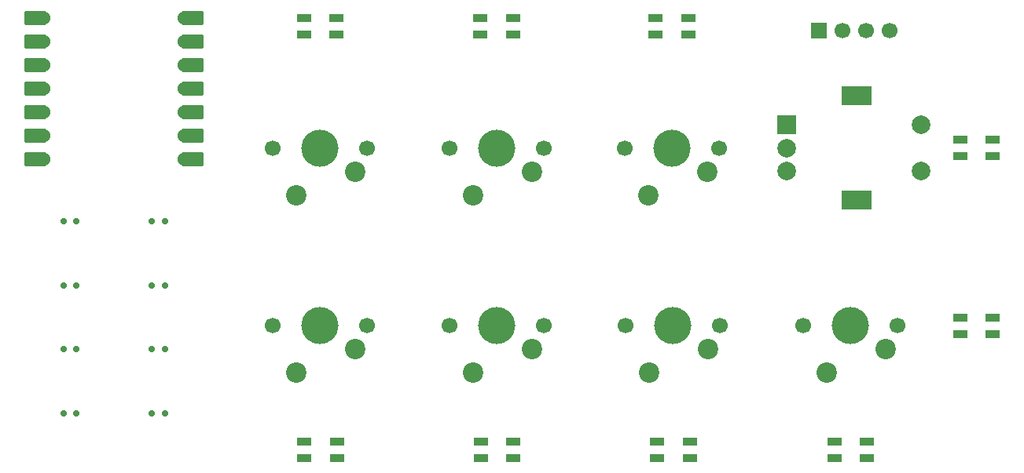
<source format=gbr>
%TF.GenerationSoftware,KiCad,Pcbnew,9.0.6*%
%TF.CreationDate,2025-11-29T18:30:52-05:00*%
%TF.ProjectId,Generalist_Macro,47656e65-7261-46c6-9973-745f4d616372,rev?*%
%TF.SameCoordinates,Original*%
%TF.FileFunction,Soldermask,Top*%
%TF.FilePolarity,Negative*%
%FSLAX46Y46*%
G04 Gerber Fmt 4.6, Leading zero omitted, Abs format (unit mm)*
G04 Created by KiCad (PCBNEW 9.0.6) date 2025-11-29 18:30:52*
%MOMM*%
%LPD*%
G01*
G04 APERTURE LIST*
G04 Aperture macros list*
%AMRoundRect*
0 Rectangle with rounded corners*
0 $1 Rounding radius*
0 $2 $3 $4 $5 $6 $7 $8 $9 X,Y pos of 4 corners*
0 Add a 4 corners polygon primitive as box body*
4,1,4,$2,$3,$4,$5,$6,$7,$8,$9,$2,$3,0*
0 Add four circle primitives for the rounded corners*
1,1,$1+$1,$2,$3*
1,1,$1+$1,$4,$5*
1,1,$1+$1,$6,$7*
1,1,$1+$1,$8,$9*
0 Add four rect primitives between the rounded corners*
20,1,$1+$1,$2,$3,$4,$5,0*
20,1,$1+$1,$4,$5,$6,$7,0*
20,1,$1+$1,$6,$7,$8,$9,0*
20,1,$1+$1,$8,$9,$2,$3,0*%
G04 Aperture macros list end*
%ADD10C,1.700000*%
%ADD11C,4.000000*%
%ADD12C,2.200000*%
%ADD13R,1.600000X0.850000*%
%ADD14RoundRect,0.150000X-0.150000X-0.200000X0.150000X-0.200000X0.150000X0.200000X-0.150000X0.200000X0*%
%ADD15R,1.700000X1.700000*%
%ADD16RoundRect,0.150000X0.150000X0.200000X-0.150000X0.200000X-0.150000X-0.200000X0.150000X-0.200000X0*%
%ADD17R,2.000000X2.000000*%
%ADD18C,2.000000*%
%ADD19R,3.200000X2.000000*%
%ADD20RoundRect,0.152400X1.063600X0.609600X-1.063600X0.609600X-1.063600X-0.609600X1.063600X-0.609600X0*%
%ADD21C,1.524000*%
%ADD22RoundRect,0.152400X-1.063600X-0.609600X1.063600X-0.609600X1.063600X0.609600X-1.063600X0.609600X0*%
G04 APERTURE END LIST*
D10*
%TO.C,SW5*%
X92580000Y-89900000D03*
D11*
X87500000Y-89900000D03*
D10*
X82420000Y-89900000D03*
D12*
X84960000Y-94980000D03*
X91310000Y-92440000D03*
%TD*%
D13*
%TO.C,D18*%
X104750000Y-56725000D03*
X104750000Y-58475000D03*
X108250000Y-58475000D03*
X108250000Y-56725000D03*
%TD*%
D10*
%TO.C,SW1*%
X92570000Y-70700000D03*
D11*
X87490000Y-70700000D03*
D10*
X82410000Y-70700000D03*
D12*
X84950000Y-75780000D03*
X91300000Y-73240000D03*
%TD*%
D13*
%TO.C,D24*%
X104810000Y-102400000D03*
X104810000Y-104150000D03*
X108310000Y-104150000D03*
X108310000Y-102400000D03*
%TD*%
D10*
%TO.C,SW8*%
X149670000Y-89900000D03*
D11*
X144590000Y-89900000D03*
D10*
X139510000Y-89900000D03*
D12*
X142050000Y-94980000D03*
X148400000Y-92440000D03*
%TD*%
D10*
%TO.C,SW7*%
X130580000Y-89900000D03*
D11*
X125500000Y-89900000D03*
D10*
X120420000Y-89900000D03*
D12*
X122960000Y-94980000D03*
X129310000Y-92440000D03*
%TD*%
D13*
%TO.C,D22*%
X142890000Y-102400000D03*
X142890000Y-104150000D03*
X146390000Y-104150000D03*
X146390000Y-102400000D03*
%TD*%
D14*
%TO.C,D7*%
X70750000Y-99331500D03*
X69350000Y-99331500D03*
%TD*%
D13*
%TO.C,D23*%
X123800000Y-102400000D03*
X123800000Y-104150000D03*
X127300000Y-104150000D03*
X127300000Y-102400000D03*
%TD*%
D15*
%TO.C,J1*%
X141190000Y-58000000D03*
D10*
X143730000Y-58000000D03*
X146270000Y-58000000D03*
X148810000Y-58000000D03*
%TD*%
D16*
%TO.C,D3*%
X59850000Y-85531500D03*
X61250000Y-85531500D03*
%TD*%
D13*
%TO.C,D25*%
X85800000Y-102400000D03*
X85800000Y-104150000D03*
X89300000Y-104150000D03*
X89300000Y-102400000D03*
%TD*%
D10*
%TO.C,SW2*%
X111580000Y-70700000D03*
D11*
X106500000Y-70700000D03*
D10*
X101420000Y-70700000D03*
D12*
X103960000Y-75780000D03*
X110310000Y-73240000D03*
%TD*%
D10*
%TO.C,SW3*%
X130480000Y-70700000D03*
D11*
X125400000Y-70700000D03*
D10*
X120320000Y-70700000D03*
D12*
X122860000Y-75780000D03*
X129210000Y-73240000D03*
%TD*%
D13*
%TO.C,D17*%
X85740000Y-56725000D03*
X85740000Y-58475000D03*
X89240000Y-58475000D03*
X89240000Y-56725000D03*
%TD*%
D10*
%TO.C,SW6*%
X111590000Y-89900000D03*
D11*
X106510000Y-89900000D03*
D10*
X101430000Y-89900000D03*
D12*
X103970000Y-94980000D03*
X110320000Y-92440000D03*
%TD*%
D17*
%TO.C,SW13*%
X137750000Y-68200000D03*
D18*
X137750000Y-73200000D03*
X137750000Y-70700000D03*
D19*
X145250000Y-65100000D03*
X145250000Y-76300000D03*
D18*
X152250000Y-73200000D03*
X152250000Y-68200000D03*
%TD*%
D14*
%TO.C,D6*%
X70750000Y-92431500D03*
X69350000Y-92431500D03*
%TD*%
D20*
%TO.C,U1*%
X56845000Y-56680000D03*
D21*
X57680000Y-56680000D03*
D20*
X56845000Y-59220000D03*
D21*
X57680000Y-59220000D03*
D20*
X56845000Y-61760000D03*
D21*
X57680000Y-61760000D03*
D20*
X56845000Y-64300000D03*
D21*
X57680000Y-64300000D03*
D20*
X56845000Y-66840000D03*
D21*
X57680000Y-66840000D03*
D20*
X56845000Y-69380000D03*
D21*
X57680000Y-69380000D03*
D20*
X56845000Y-71920000D03*
D21*
X57680000Y-71920000D03*
X72920000Y-71920000D03*
D22*
X73755000Y-71920000D03*
D21*
X72920000Y-69380000D03*
D22*
X73755000Y-69380000D03*
D21*
X72920000Y-66840000D03*
D22*
X73755000Y-66840000D03*
D21*
X72920000Y-64300000D03*
D22*
X73755000Y-64300000D03*
D21*
X72920000Y-61760000D03*
D22*
X73755000Y-61760000D03*
D21*
X72920000Y-59220000D03*
D22*
X73755000Y-59220000D03*
D21*
X72920000Y-56680000D03*
D22*
X73755000Y-56680000D03*
%TD*%
D13*
%TO.C,D19*%
X123650000Y-56725000D03*
X123650000Y-58475000D03*
X127150000Y-58475000D03*
X127150000Y-56725000D03*
%TD*%
D16*
%TO.C,D8*%
X59850000Y-99331500D03*
X61250000Y-99331500D03*
%TD*%
%TO.C,D2*%
X59850000Y-78631500D03*
X61250000Y-78631500D03*
%TD*%
%TO.C,D5*%
X59850000Y-92431500D03*
X61250000Y-92431500D03*
%TD*%
D14*
%TO.C,D1*%
X70750000Y-78631500D03*
X69350000Y-78631500D03*
%TD*%
D13*
%TO.C,D21*%
X156450000Y-89025000D03*
X156450000Y-90775000D03*
X159950000Y-90775000D03*
X159950000Y-89025000D03*
%TD*%
D14*
%TO.C,D4*%
X70750000Y-85531500D03*
X69350000Y-85531500D03*
%TD*%
D13*
%TO.C,D20*%
X156450000Y-69825000D03*
X156450000Y-71575000D03*
X159950000Y-71575000D03*
X159950000Y-69825000D03*
%TD*%
M02*

</source>
